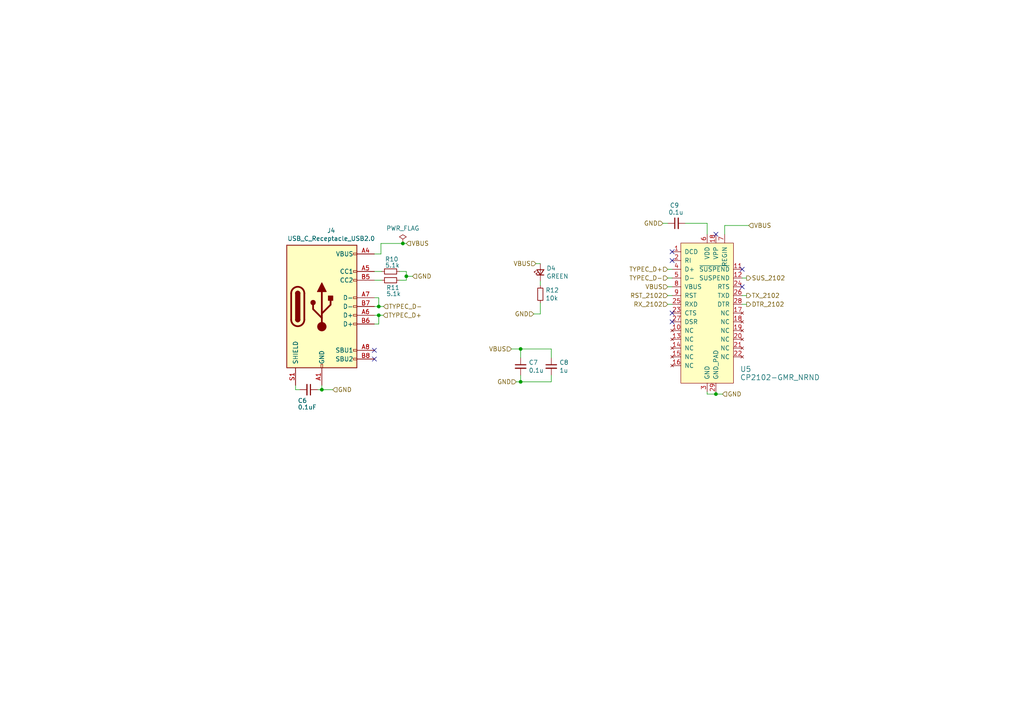
<source format=kicad_sch>
(kicad_sch (version 20211123) (generator eeschema)
  (paper "A4")
  (lib_symbols
    (symbol "Connector:USB_C_Receptacle_USB2.0" (pin_names (offset 1.016))
      (property "Reference" "J" (at -10.16 19.05 0))
      (property "Value" "USB_C_Receptacle_USB2.0" (at 19.05 19.05 0))
      (symbol "USB_C_Receptacle_USB2.0_0_0"
        (rectangle (start -0.254 -17.78) (end 0.254 -16.764))
        (rectangle (start 10.16 -14.986) (end 9.144 -15.494))
        (rectangle (start 10.16 -12.446) (end 9.144 -12.954))
        (rectangle (start 10.16 -4.826) (end 9.144 -5.334))
        (rectangle (start 10.16 -2.286) (end 9.144 -2.794))
        (rectangle (start 10.16 0.254) (end 9.144 -0.254))
        (rectangle (start 10.16 2.794) (end 9.144 2.286))
        (rectangle (start 10.16 7.874) (end 9.144 7.366))
        (rectangle (start 10.16 10.414) (end 9.144 9.906))
        (rectangle (start 10.16 15.494) (end 9.144 14.986))
      )
      (symbol "USB_C_Receptacle_USB2.0_0_1"
        (rectangle (start -10.16 17.78) (end 10.16 -17.78) (stroke (width 0.254)) (fill (type background)))
        (arc (start -8.89 -3.81) (mid -6.985 -5.715) (end -5.08 -3.81) (stroke (width 0.508)))
        (arc (start -7.62 -3.81) (mid -6.985 -4.445) (end -6.35 -3.81) (stroke (width 0.254)))
        (arc (start -7.62 -3.81) (mid -6.985 -4.445) (end -6.35 -3.81) (stroke (width 0.254)) (fill (type outline)))
        (rectangle (start -7.62 -3.81) (end -6.35 3.81) (stroke (width 0.254)) (fill (type outline)))
        (arc (start -6.35 3.81) (mid -6.985 4.445) (end -7.62 3.81) (stroke (width 0.254)))
        (arc (start -6.35 3.81) (mid -6.985 4.445) (end -7.62 3.81) (stroke (width 0.254)) (fill (type outline)))
        (arc (start -5.08 3.81) (mid -6.985 5.715) (end -8.89 3.81) (stroke (width 0.508)))
        (circle (center -2.54 1.143) (radius 0.635) (stroke (width 0.254)) (fill (type outline)))
        (circle (center 0 -5.842) (radius 1.27) (fill (type outline)))
        (polyline (pts (xy -8.89 -3.81) (xy -8.89 3.81)) (stroke (width 0.508)))
        (polyline (pts (xy -5.08 3.81) (xy -5.08 -3.81)) (stroke (width 0.508)))
        (polyline (pts (xy 0 -5.842) (xy 0 4.318)) (stroke (width 0.508)))
        (polyline (pts (xy 0 -3.302) (xy -2.54 -0.762) (xy -2.54 0.508)) (stroke (width 0.508)))
        (polyline (pts (xy 0 -2.032) (xy 2.54 0.508) (xy 2.54 1.778)) (stroke (width 0.508)))
        (polyline (pts (xy -1.27 4.318) (xy 0 6.858) (xy 1.27 4.318) (xy -1.27 4.318)) (stroke (width 0.254)) (fill (type outline)))
        (rectangle (start 1.905 1.778) (end 3.175 3.048) (stroke (width 0.254)) (fill (type outline)))
      )
      (symbol "USB_C_Receptacle_USB2.0_1_1"
        (pin passive line (at 0 -22.86 90) (length 5.08) (name "GND") (number "A1"))
        (pin passive line (at 0 -22.86 90) (length 5.08) hide (name "GND") (number "A12"))
        (pin passive line (at 15.24 15.24 180) (length 5.08) (name "VBUS") (number "A4"))
        (pin bidirectional line (at 15.24 10.16 180) (length 5.08) (name "CC1") (number "A5"))
        (pin bidirectional line (at 15.24 -2.54 180) (length 5.08) (name "D+") (number "A6"))
        (pin bidirectional line (at 15.24 2.54 180) (length 5.08) (name "D-") (number "A7"))
        (pin bidirectional line (at 15.24 -12.7 180) (length 5.08) (name "SBU1") (number "A8"))
        (pin passive line (at 15.24 15.24 180) (length 5.08) hide (name "VBUS") (number "A9"))
        (pin passive line (at 0 -22.86 90) (length 5.08) hide (name "GND") (number "B1"))
        (pin passive line (at 0 -22.86 90) (length 5.08) hide (name "GND") (number "B12"))
        (pin passive line (at 15.24 15.24 180) (length 5.08) hide (name "VBUS") (number "B4"))
        (pin bidirectional line (at 15.24 7.62 180) (length 5.08) (name "CC2") (number "B5"))
        (pin bidirectional line (at 15.24 -5.08 180) (length 5.08) (name "D+") (number "B6"))
        (pin bidirectional line (at 15.24 0 180) (length 5.08) (name "D-") (number "B7"))
        (pin bidirectional line (at 15.24 -15.24 180) (length 5.08) (name "SBU2") (number "B8"))
        (pin passive line (at 15.24 15.24 180) (length 5.08) hide (name "VBUS") (number "B9"))
        (pin passive line (at -7.62 -22.86 90) (length 5.08) (name "SHIELD") (number "S1"))
      )
    )
    (symbol "Device:C_Small" (pin_numbers hide) (pin_names (offset 0.254) hide)
      (property "Reference" "C" (at 0.254 1.778 0))
      (property "Value" "C_Small" (at 0.254 -2.032 0))
      (symbol "C_Small_0_1"
        (polyline (pts (xy -1.524 -0.508) (xy 1.524 -0.508)) (stroke (width 0.3302)))
        (polyline (pts (xy -1.524 0.508) (xy 1.524 0.508)) (stroke (width 0.3048)))
      )
      (symbol "C_Small_1_1"
        (pin passive line (at 0 2.54 270) (length 2.032) (name "~") (number "1"))
        (pin passive line (at 0 -2.54 90) (length 2.032) (name "~") (number "2"))
      )
    )
    (symbol "Device:LED_Small" (pin_numbers hide) (pin_names (offset 0.254) hide)
      (property "Reference" "D" (at -1.27 3.175 0))
      (property "Value" "LED_Small" (at -4.445 -2.54 0))
      (symbol "LED_Small_0_1"
        (polyline (pts (xy -0.762 -1.016) (xy -0.762 1.016)) (stroke (width 0.254)))
        (polyline (pts (xy 1.016 0) (xy -0.762 0)))
        (polyline (pts (xy 0.762 -1.016) (xy -0.762 0) (xy 0.762 1.016) (xy 0.762 -1.016)) (stroke (width 0.254)))
        (polyline (pts (xy 0 0.762) (xy -0.508 1.27) (xy -0.254 1.27) (xy -0.508 1.27) (xy -0.508 1.016)))
        (polyline (pts (xy 0.508 1.27) (xy 0 1.778) (xy 0.254 1.778) (xy 0 1.778) (xy 0 1.524)))
      )
      (symbol "LED_Small_1_1"
        (pin passive line (at -2.54 0 0) (length 1.778) (name "K") (number "1"))
        (pin passive line (at 2.54 0 180) (length 1.778) (name "A") (number "2"))
      )
    )
    (symbol "Device:R_Small" (pin_numbers hide) (pin_names (offset 0.254) hide)
      (property "Reference" "R" (at 0.762 0.508 0))
      (property "Value" "R_Small" (at 0.762 -1.016 0))
      (symbol "R_Small_0_1"
        (rectangle (start -0.762 1.778) (end 0.762 -1.778) (stroke (width 0.2032)))
      )
      (symbol "R_Small_1_1"
        (pin passive line (at 0 2.54 270) (length 0.762) (name "~") (number "1"))
        (pin passive line (at 0 -2.54 90) (length 0.762) (name "~") (number "2"))
      )
    )
    (symbol "dk_Interface-Controllers:CP2102-GMR_NRND" (pin_names (offset 1.016))
      (property "Reference" "U" (at -2.54 19.05 0))
      (property "Value" "CP2102-GMR_NRND" (at 2.54 -5.08 90))
      (symbol "CP2102-GMR_NRND_0_1"
        (rectangle (start -5.08 17.78) (end 10.16 -22.86) (fill (type background)))
      )
      (symbol "CP2102-GMR_NRND_1_1"
        (pin input line (at -7.62 15.24 0) (length 2.54) (name "DCD") (number "1"))
        (pin no_connect line (at -7.62 -7.62 0) (length 2.54) (name "NC") (number "10"))
        (pin output line (at 12.7 10.16 180) (length 2.54) (name "~{SUSPEND}") (number "11"))
        (pin output line (at 12.7 7.62 180) (length 2.54) (name "SUSPEND") (number "12"))
        (pin no_connect line (at -7.62 -10.16 0) (length 2.54) (name "NC") (number "13"))
        (pin no_connect line (at -7.62 -12.7 0) (length 2.54) (name "NC") (number "14"))
        (pin no_connect line (at -7.62 -15.24 0) (length 2.54) (name "NC") (number "15"))
        (pin no_connect line (at -7.62 -17.78 0) (length 2.54) (name "NC") (number "16"))
        (pin no_connect line (at 12.7 -2.54 180) (length 2.54) (name "NC") (number "17"))
        (pin no_connect line (at 12.7 -5.08 180) (length 2.54) (name "NC") (number "18"))
        (pin power_in line (at 5.08 20.32 270) (length 2.54) (name "VPP") (number "18"))
        (pin no_connect line (at 12.7 -7.62 180) (length 2.54) (name "NC") (number "19"))
        (pin input line (at -7.62 12.7 0) (length 2.54) (name "RI") (number "2"))
        (pin no_connect line (at 12.7 -10.16 180) (length 2.54) (name "NC") (number "20"))
        (pin no_connect line (at 12.7 -12.7 180) (length 2.54) (name "NC") (number "21"))
        (pin no_connect line (at 12.7 -15.24 180) (length 2.54) (name "NC") (number "22"))
        (pin input line (at -7.62 -2.54 0) (length 2.54) (name "CTS") (number "23"))
        (pin output line (at 12.7 5.08 180) (length 2.54) (name "RTS") (number "24"))
        (pin input line (at -7.62 0 0) (length 2.54) (name "RXD") (number "25"))
        (pin output line (at 12.7 2.54 180) (length 2.54) (name "TXD") (number "26"))
        (pin input line (at -7.62 -5.08 0) (length 2.54) (name "DSR") (number "27"))
        (pin output line (at 12.7 0 180) (length 2.54) (name "DTR") (number "28"))
        (pin power_in line (at 5.08 -25.4 90) (length 2.54) (name "GND_PAD") (number "29"))
        (pin power_in line (at 2.54 -25.4 90) (length 2.54) (name "GND") (number "3"))
        (pin bidirectional line (at -7.62 10.16 0) (length 2.54) (name "D+") (number "4"))
        (pin bidirectional line (at -7.62 7.62 0) (length 2.54) (name "D-") (number "5"))
        (pin passive line (at 2.54 20.32 270) (length 2.54) (name "VDD") (number "6"))
        (pin power_in line (at 7.62 20.32 270) (length 2.54) (name "REGIN") (number "7"))
        (pin input line (at -7.62 5.08 0) (length 2.54) (name "VBUS") (number "8"))
        (pin bidirectional line (at -7.62 2.54 0) (length 2.54) (name "RST") (number "9"))
      )
    )
    (symbol "power:PWR_FLAG" (power) (pin_numbers hide) (pin_names (offset 0) hide)
      (property "Value" "PWR_FLAG" (at 0 3.81 0))
      (symbol "PWR_FLAG_0_0"
        (pin power_out line (at 0 0 90) (length 0) (name "pwr") (number "1"))
      )
      (symbol "PWR_FLAG_0_1"
        (polyline (pts (xy 0 0) (xy 0 1.27) (xy -1.016 1.905) (xy 0 2.54) (xy 1.016 1.905) (xy 0 1.27)))
      )
    )
  )
  (junction (at 93.345 113.03))
  (junction (at 117.856 80.137))
  (junction (at 116.84 70.612))
  (junction (at 207.645 114.3))
  (junction (at 151.003 101.219))
  (junction (at 109.855 91.44))
  (junction (at 109.855 88.9))
  (junction (at 151.003 110.744))
  (no_connect (at 194.945 93.345))
  (no_connect (at 108.585 104.14))
  (no_connect (at 215.265 83.185))
  (no_connect (at 108.585 101.6))
  (no_connect (at 194.945 75.565))
  (no_connect (at 194.945 73.025))
  (no_connect (at 215.265 78.105))
  (no_connect (at 207.645 67.945))
  (no_connect (at 194.945 90.805))
  (wire (pts (xy 115.824 81.28) (xy 117.856 81.28)))
  (wire (pts (xy 108.585 86.36) (xy 109.855 86.36)))
  (wire (pts (xy 85.725 113.03) (xy 86.995 113.03)))
  (wire (pts (xy 192.278 64.77) (xy 193.675 64.77)))
  (wire (pts (xy 109.855 88.9) (xy 111.252 88.9)))
  (wire (pts (xy 151.003 101.219) (xy 151.003 103.759)))
  (wire (pts (xy 155.448 76.454) (xy 156.718 76.454)))
  (wire (pts (xy 108.585 88.9) (xy 109.855 88.9)))
  (wire (pts (xy 93.345 113.03) (xy 93.345 111.76)))
  (wire (pts (xy 156.718 82.804) (xy 156.718 81.534)))
  (wire (pts (xy 215.265 80.645) (xy 216.535 80.645)))
  (wire (pts (xy 205.105 64.77) (xy 205.105 67.945)))
  (wire (pts (xy 193.675 78.105) (xy 194.945 78.105)))
  (wire (pts (xy 210.185 65.405) (xy 210.185 67.945)))
  (wire (pts (xy 116.84 70.612) (xy 110.49 70.612)))
  (wire (pts (xy 151.003 110.744) (xy 159.893 110.744)))
  (wire (pts (xy 111.125 91.44) (xy 109.855 91.44)))
  (wire (pts (xy 117.856 81.28) (xy 117.856 80.137)))
  (wire (pts (xy 116.84 70.612) (xy 117.856 70.612)))
  (wire (pts (xy 109.855 91.44) (xy 109.855 93.98)))
  (wire (pts (xy 109.855 93.98) (xy 108.585 93.98)))
  (wire (pts (xy 207.645 113.665) (xy 207.645 114.3)))
  (wire (pts (xy 108.585 81.28) (xy 110.744 81.28)))
  (wire (pts (xy 159.893 101.219) (xy 159.893 103.759)))
  (wire (pts (xy 210.185 65.405) (xy 217.17 65.405)))
  (wire (pts (xy 193.675 88.265) (xy 194.945 88.265)))
  (wire (pts (xy 148.336 101.219) (xy 151.003 101.219)))
  (wire (pts (xy 194.945 80.645) (xy 193.675 80.645)))
  (wire (pts (xy 149.733 110.744) (xy 151.003 110.744)))
  (wire (pts (xy 215.265 88.265) (xy 216.535 88.265)))
  (wire (pts (xy 193.675 85.725) (xy 194.945 85.725)))
  (wire (pts (xy 205.105 113.665) (xy 205.105 114.3)))
  (wire (pts (xy 159.893 110.744) (xy 159.893 108.839)))
  (wire (pts (xy 117.856 80.137) (xy 119.634 80.137)))
  (wire (pts (xy 207.645 114.3) (xy 209.55 114.3)))
  (wire (pts (xy 156.718 91.059) (xy 154.813 91.059)))
  (wire (pts (xy 110.49 70.612) (xy 110.49 73.66)))
  (wire (pts (xy 109.855 91.44) (xy 108.585 91.44)))
  (wire (pts (xy 215.265 85.725) (xy 216.535 85.725)))
  (wire (pts (xy 85.725 111.76) (xy 85.725 113.03)))
  (wire (pts (xy 108.585 73.66) (xy 110.49 73.66)))
  (wire (pts (xy 156.718 87.884) (xy 156.718 91.059)))
  (wire (pts (xy 108.585 78.74) (xy 110.744 78.74)))
  (wire (pts (xy 198.755 64.77) (xy 205.105 64.77)))
  (wire (pts (xy 151.003 108.839) (xy 151.003 110.744)))
  (wire (pts (xy 115.824 78.74) (xy 117.856 78.74)))
  (wire (pts (xy 109.855 86.36) (xy 109.855 88.9)))
  (wire (pts (xy 151.003 101.219) (xy 159.893 101.219)))
  (wire (pts (xy 96.52 113.03) (xy 93.345 113.03)))
  (wire (pts (xy 117.856 78.74) (xy 117.856 80.137)))
  (wire (pts (xy 193.675 83.185) (xy 194.945 83.185)))
  (wire (pts (xy 205.105 114.3) (xy 207.645 114.3)))
  (wire (pts (xy 92.075 113.03) (xy 93.345 113.03)))
  (hierarchical_label "VBUS" (shape input) (at 193.675 83.185 180))
  (hierarchical_label "SUS_2102" (shape output) (at 216.535 80.645 0))
  (hierarchical_label "TYPEC_D-" (shape input) (at 111.252 88.9 0))
  (hierarchical_label "TYPEC_D-" (shape input) (at 193.675 80.645 180))
  (hierarchical_label "GND" (shape input) (at 96.52 113.03 0))
  (hierarchical_label "VBUS" (shape input) (at 117.856 70.612 0))
  (hierarchical_label "RST_2102" (shape input) (at 193.675 85.725 180))
  (hierarchical_label "GND" (shape input) (at 192.278 64.77 180))
  (hierarchical_label "TYPEC_D+" (shape input) (at 111.125 91.44 0))
  (hierarchical_label "VBUS" (shape input) (at 217.17 65.405 0))
  (hierarchical_label "TX_2102" (shape output) (at 216.535 85.725 0))
  (hierarchical_label "VBUS" (shape input) (at 155.448 76.454 180))
  (hierarchical_label "DTR_2102" (shape output) (at 216.535 88.265 0))
  (hierarchical_label "GND" (shape input) (at 154.813 91.059 180))
  (hierarchical_label "VBUS" (shape input) (at 148.336 101.219 180))
  (hierarchical_label "GND" (shape input) (at 149.733 110.744 180))
  (hierarchical_label "TYPEC_D+" (shape input) (at 193.675 78.105 180))
  (hierarchical_label "RX_2102" (shape input) (at 193.675 88.265 180))
  (hierarchical_label "GND" (shape input) (at 119.634 80.137 0))
  (hierarchical_label "GND" (shape input) (at 209.55 114.3 0))
  (symbol (lib_id "Device:C_Small") (at 89.535 113.03 270) (unit 1)
    (property "Reference" "C6" (at 86.36 116.205 90) (effects (justify left)))
    (property "Value" "0.1uF" (at 86.36 118.11 90) (effects (justify left)))
    (property "Footprint" "Capacitor_SMD:C_0805_2012Metric_Pad1.18x1.45mm_HandSolder" (effects hide))
  )
  (symbol (lib_id "Device:C_Small") (at 151.003 106.299 0) (unit 1)
    (property "Reference" "C7" (at 153.3398 105.1306 0) (effects (justify left)))
    (property "Value" "0.1u" (at 153.3398 107.442 0) (effects (justify left)))
    (property "Footprint" "Capacitor_SMD:C_0805_2012Metric_Pad1.18x1.45mm_HandSolder" (effects hide))
  )
  (symbol (lib_id "Device:C_Small") (at 159.893 106.299 0) (unit 1)
    (property "Reference" "C8" (at 162.2298 105.1306 0) (effects (justify left)))
    (property "Value" "1u" (at 162.2298 107.442 0) (effects (justify left)))
    (property "Footprint" "Capacitor_SMD:C_0805_2012Metric_Pad1.18x1.45mm_HandSolder" (effects hide))
  )
  (symbol (lib_id "Device:C_Small") (at 196.215 64.77 90) (unit 1)
    (property "Reference" "C9" (at 196.977 59.563 90) (effects (justify left)))
    (property "Value" "0.1u" (at 198.247 61.595 90) (effects (justify left)))
    (property "Footprint" "Capacitor_SMD:C_0805_2012Metric_Pad1.18x1.45mm_HandSolder" (effects hide))
  )
  (symbol (lib_id "power:PWR_FLAG") (at 116.84 70.612 0) (unit 1)
    (property "Reference" "#FLG03" (effects hide))
    (property "Value" "PWR_FLAG" (at 116.84 66.2178 0))
  )
  (symbol (lib_id "Device:LED_Small") (at 156.718 78.994 90) (unit 1)
    (property "Reference" "D4" (at 158.496 77.8256 90) (effects (justify right)))
    (property "Value" "GREEN" (at 158.496 80.137 90) (effects (justify right)))
    (property "Footprint" "Diode_SMD:D_0805_2012Metric_Pad1.15x1.40mm_HandSolder" (effects hide))
  )
  (symbol (lib_id "Device:R_Small") (at 156.718 85.344 0) (unit 1)
    (property "Reference" "R12" (at 158.2166 84.1756 0) (effects (justify left)))
    (property "Value" "10k" (at 158.2166 86.487 0) (effects (justify left)))
    (property "Footprint" "Resistor_SMD:R_0805_2012Metric_Pad1.20x1.40mm_HandSolder" (effects hide))
  )
  (symbol (lib_id "Connector:USB_C_Receptacle_USB2.0") (at 93.345 88.9 0) (unit 1)
    (property "Reference" "J4" (at 96.0628 66.8782 0))
    (property "Value" "USB_C_Receptacle_USB2.0" (at 96.0628 69.1896 0))
    (property "Footprint" "Connector_USB:USB_C_Receptacle_Palconn_UTC16-G" (effects hide))
    (property "Datasheet" "https://www.usb.org/sites/default/files/documents/usb_type-c.zip" (effects hide))
  )
  (symbol (lib_id "Device:R_Small") (at 113.284 78.74 90) (unit 1)
    (property "Reference" "R10" (at 115.57 75.184 90) (effects (justify left)))
    (property "Value" "5.1k" (at 115.951 76.962 90) (effects (justify left)))
    (property "Footprint" "Resistor_SMD:R_0805_2012Metric_Pad1.20x1.40mm_HandSolder" (effects hide))
  )
  (symbol (lib_id "dk_Interface-Controllers:CP2102-GMR_NRND") (at 202.565 88.265 0) (unit 1)
    (property "Reference" "U5" (at 214.63 107.061 0) (effects (font (size 1.524 1.524)) (justify left)))
    (property "Value" "CP2102-GMR_NRND" (at 214.63 109.474 0) (effects (font (size 1.524 1.524)) (justify left)))
    (property "Footprint" "digikey-footprints:VFQFN-28-1EP_5x5mm" (effects hide))
    (property "Datasheet" "https://www.silabs.com/documents/public/data-sheets/CP2102-9.pdf" (effects hide))
    (property "Digi-Key_PN" "336-1160-1-ND" (effects hide))
    (property "MPN" "CP2102-GMR" (effects hide))
    (property "Category" "Integrated Circuits (ICs)" (effects hide))
    (property "Family" "Interface - Controllers" (effects hide))
    (property "DK_Datasheet_Link" "https://www.silabs.com/documents/public/data-sheets/CP2102-9.pdf" (effects hide))
    (property "DK_Detail_Page" "/product-detail/en/silicon-labs/CP2102-GMR/336-1160-1-ND/3672615" (effects hide))
    (property "Description" "IC USB-TO-UART BRIDGE 28VQFN" (effects hide))
    (property "Manufacturer" "Silicon Labs" (effects hide))
    (property "Status" "Not For New Designs" (effects hide))
  )
  (symbol (lib_id "Device:R_Small") (at 113.284 81.28 270) (unit 1)
    (property "Reference" "R11" (at 112.014 83.439 90) (effects (justify left)))
    (property "Value" "5.1k" (at 112.014 85.217 90) (effects (justify left)))
    (property "Footprint" "Resistor_SMD:R_0805_2012Metric_Pad1.20x1.40mm_HandSolder" (effects hide))
  )
)
</source>
